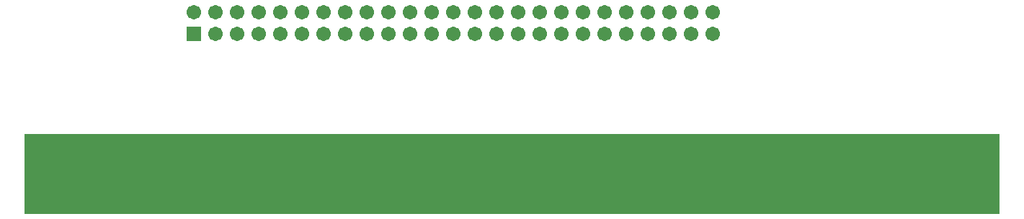
<source format=gbs>
%FSLAX23Y23*%
%MOIN*%
%SFA1B1*%

%IPPOS*%
%ADD18R,0.082800X0.362330*%
%ADD19R,0.244220X0.362330*%
%ADD20R,0.067060X0.067060*%
%ADD21C,0.067060*%
%LNfluke_8505a_board-1*%
%LPD*%
G36*
X463Y-182D02*
X-4048D01*
Y186*
X463*
Y-182*
G37*
G54D18*
X-3731Y0D03*
X-3881D03*
X-3581D03*
X-3431D03*
X-3281D03*
X-3131D03*
X-2981D03*
X-2831D03*
X-2681D03*
X-2531D03*
X-2381D03*
X-2231D03*
X-2081D03*
X-1931D03*
X-1781D03*
X-1631D03*
X-1481D03*
X-1331D03*
X-1181D03*
X-1031D03*
X-625D03*
X-475D03*
X75D03*
X225D03*
G54D19*
X-245Y0D03*
G54D20*
X-3264Y651D03*
G54D21*
X-3264Y751D03*
X-3164Y651D03*
Y751D03*
X-3064Y651D03*
Y751D03*
X-2964Y651D03*
Y751D03*
X-2864Y651D03*
Y751D03*
X-2764Y651D03*
Y751D03*
X-2664Y651D03*
Y751D03*
X-2564Y651D03*
Y751D03*
X-2464Y651D03*
Y751D03*
X-2364Y651D03*
Y751D03*
X-2264Y651D03*
Y751D03*
X-2164Y651D03*
Y751D03*
X-2064Y651D03*
Y751D03*
X-1964Y651D03*
Y751D03*
X-1864Y651D03*
Y751D03*
X-1764Y651D03*
Y751D03*
X-1664Y651D03*
Y751D03*
X-1564Y651D03*
Y751D03*
X-1464Y651D03*
Y751D03*
X-1364Y651D03*
Y751D03*
X-1264Y651D03*
Y751D03*
X-1164Y651D03*
Y751D03*
X-1064Y651D03*
Y751D03*
X-964Y651D03*
Y751D03*
X-864Y651D03*
Y751D03*
M02*
</source>
